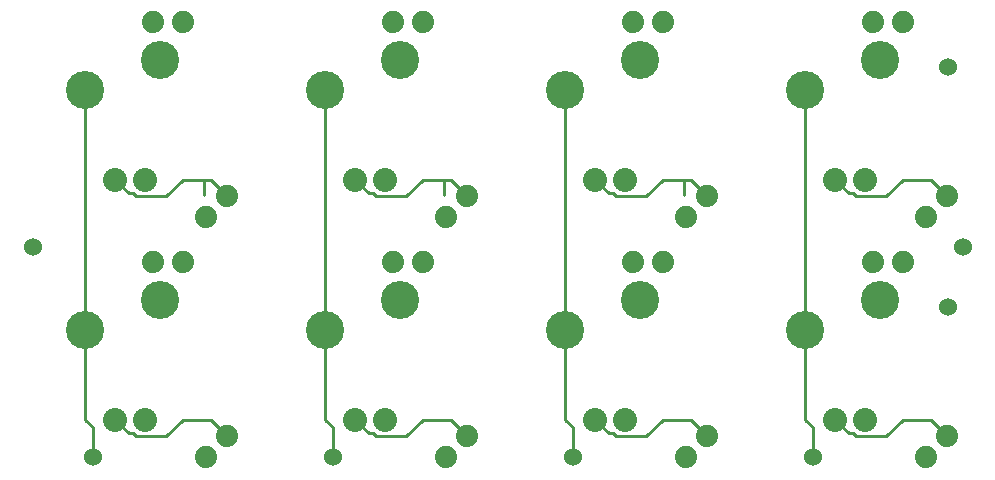
<source format=gbr>
G04 EAGLE Gerber RS-274X export*
G75*
%MOMM*%
%FSLAX34Y34*%
%LPD*%
%INBottom Copper*%
%IPPOS*%
%AMOC8*
5,1,8,0,0,1.08239X$1,22.5*%
G01*
%ADD10C,2.032000*%
%ADD11C,3.225800*%
%ADD12C,1.879600*%
%ADD13C,0.254000*%
%ADD14C,1.524000*%


D10*
X82550Y44450D03*
X107950Y44450D03*
D11*
X57150Y120650D03*
X120650Y146050D03*
D12*
X159385Y12700D03*
X177346Y30661D03*
X114300Y177800D03*
X139700Y177800D03*
D10*
X285750Y44450D03*
X311150Y44450D03*
D11*
X260350Y120650D03*
X323850Y146050D03*
D12*
X362585Y12700D03*
X380546Y30661D03*
X317500Y177800D03*
X342900Y177800D03*
D10*
X488950Y44450D03*
X514350Y44450D03*
D11*
X463550Y120650D03*
X527050Y146050D03*
D12*
X565785Y12700D03*
X583746Y30661D03*
X520700Y177800D03*
X546100Y177800D03*
D10*
X692150Y44450D03*
X717550Y44450D03*
D11*
X666750Y120650D03*
X730250Y146050D03*
D12*
X768985Y12700D03*
X786946Y30661D03*
X723900Y177800D03*
X749300Y177800D03*
D10*
X82550Y247650D03*
X107950Y247650D03*
D11*
X57150Y323850D03*
X120650Y349250D03*
D12*
X159385Y215900D03*
X177346Y233861D03*
X114300Y381000D03*
X139700Y381000D03*
D10*
X285750Y247650D03*
X311150Y247650D03*
D11*
X260350Y323850D03*
X323850Y349250D03*
D12*
X362585Y215900D03*
X380546Y233861D03*
X317500Y381000D03*
X342900Y381000D03*
D10*
X488950Y247650D03*
X514350Y247650D03*
D11*
X463550Y323850D03*
X527050Y349250D03*
D12*
X565785Y215900D03*
X583746Y233861D03*
X520700Y381000D03*
X546100Y381000D03*
D10*
X692150Y247650D03*
X717550Y247650D03*
D11*
X666750Y323850D03*
X730250Y349250D03*
D12*
X768985Y215900D03*
X786946Y233861D03*
X723900Y381000D03*
X749300Y381000D03*
D13*
X100150Y30661D02*
X97790Y33020D01*
X93980Y33020D01*
X82550Y44450D01*
X100150Y30661D02*
X125911Y30661D01*
X139700Y44450D01*
X163556Y44450D01*
X177346Y30661D01*
D14*
X800100Y190500D03*
X12700Y190500D03*
X787400Y139700D03*
D13*
X57150Y120650D02*
X57150Y44450D01*
D14*
X63500Y12700D03*
D13*
X63500Y38100D01*
X57150Y44450D01*
X57150Y120650D02*
X57150Y323850D01*
X300990Y33020D02*
X303350Y30661D01*
X300990Y33020D02*
X297180Y33020D01*
X285750Y44450D01*
X303350Y30661D02*
X329111Y30661D01*
X342900Y44450D01*
X366756Y44450D01*
X380546Y30661D01*
X260350Y44450D02*
X260350Y120650D01*
X260350Y44450D02*
X266700Y38100D01*
X260350Y120650D02*
X260350Y323850D01*
X266700Y38100D02*
X266700Y12700D01*
D14*
X266700Y12700D03*
D13*
X504190Y33020D02*
X506550Y30661D01*
X504190Y33020D02*
X500380Y33020D01*
X488950Y44450D01*
X506550Y30661D02*
X532311Y30661D01*
X546100Y44450D01*
X569956Y44450D01*
X583746Y30661D01*
X463550Y44450D02*
X463550Y120650D01*
X463550Y323850D01*
D14*
X469900Y12700D03*
D13*
X469900Y38100D02*
X463550Y44450D01*
X469900Y38100D02*
X469900Y12700D01*
X707390Y33020D02*
X709750Y30661D01*
X707390Y33020D02*
X703580Y33020D01*
X692150Y44450D01*
X709750Y30661D02*
X735511Y30661D01*
X749300Y44450D01*
X773156Y44450D02*
X786946Y30661D01*
X773156Y44450D02*
X749300Y44450D01*
X666750Y44450D02*
X666750Y120650D01*
X666750Y323850D01*
D14*
X673100Y12700D03*
D13*
X673100Y38100D02*
X666750Y44450D01*
X673100Y38100D02*
X673100Y12700D01*
X100150Y233861D02*
X97790Y236220D01*
X93980Y236220D01*
X82550Y247650D01*
X100150Y233861D02*
X125911Y233861D01*
X139700Y247650D01*
X157480Y247650D01*
X163556Y247650D01*
X177346Y233861D01*
X157480Y234950D02*
X157480Y247650D01*
D14*
X787400Y342900D03*
D13*
X303350Y233861D02*
X300990Y236220D01*
X297180Y236220D01*
X285750Y247650D01*
X303350Y233861D02*
X329111Y233861D01*
X342900Y247650D01*
X360680Y247650D01*
X366756Y247650D01*
X380546Y233861D01*
X360680Y234950D02*
X360680Y247650D01*
X504190Y236220D02*
X506550Y233861D01*
X504190Y236220D02*
X500380Y236220D01*
X488950Y247650D01*
X506550Y233861D02*
X532311Y233861D01*
X546100Y247650D01*
X563880Y247650D01*
X569956Y247650D01*
X583746Y233861D01*
X563880Y234950D02*
X563880Y247650D01*
X707390Y236220D02*
X709750Y233861D01*
X707390Y236220D02*
X703580Y236220D01*
X692150Y247650D01*
X709750Y233861D02*
X735511Y233861D01*
X749300Y247650D01*
X773156Y247650D02*
X786946Y233861D01*
X773156Y247650D02*
X749300Y247650D01*
M02*

</source>
